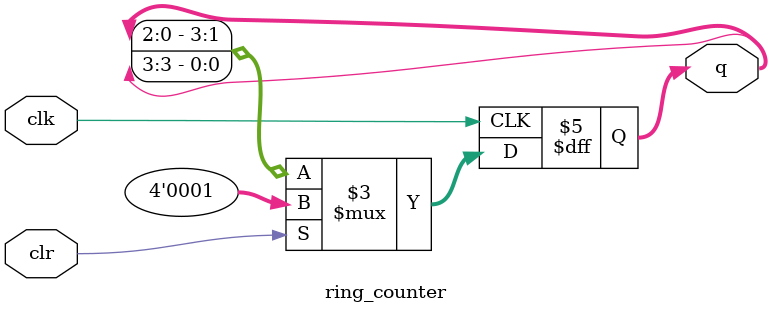
<source format=sv>
module ring_counter(clk,clr,q);
  input clk ,clr;
  parameter N =4;
  output reg[N-1:0] q;
  
  always @(posedge clk)begin
    if(clr)begin 
      q <= 4'b0001;
    end
    
    else begin
      q <= {q[N-2:0],q[N-1]};
    end 
  end 
endmodule

</source>
